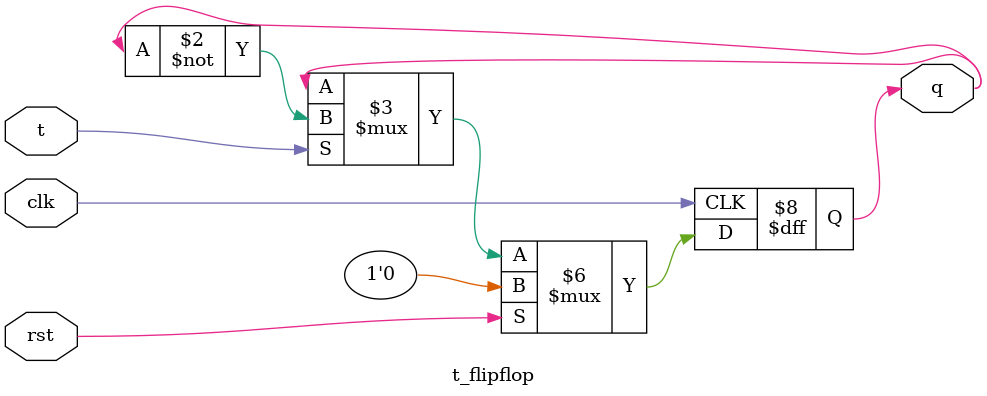
<source format=v>
`timescale 1ns / 1ps

module t_flipflop (
    input  wire clk,
    input  wire rst,
    input  wire t,
    output reg  q
);
    always @(posedge clk) begin
        if (rst) begin
            q <= 1'b0;
        end else if (t) begin
            q <= ~q;
        end
    end
endmodule


</source>
